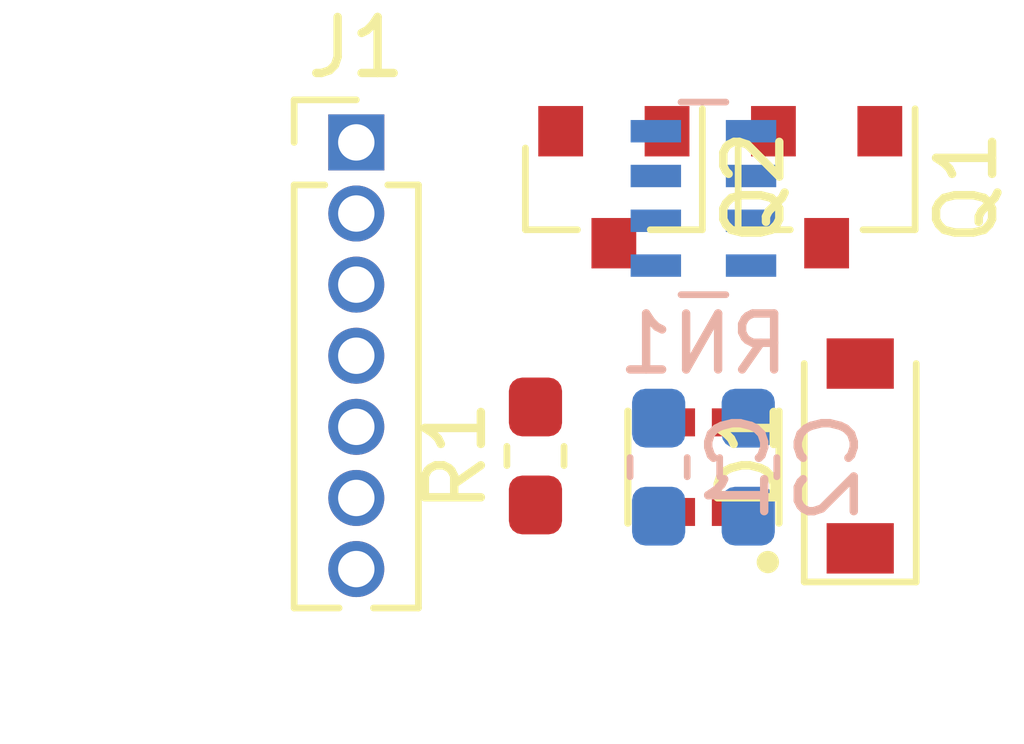
<source format=kicad_pcb>
(kicad_pcb (version 20171130) (host pcbnew 5.1.2-f72e74a~84~ubuntu18.04.1)

  (general
    (thickness 1.6)
    (drawings 0)
    (tracks 0)
    (zones 0)
    (modules 9)
    (nets 11)
  )

  (page User 215.9 139.7)
  (layers
    (0 F.Cu signal)
    (31 B.Cu signal)
    (32 B.Adhes user)
    (33 F.Adhes user)
    (34 B.Paste user)
    (35 F.Paste user)
    (36 B.SilkS user)
    (37 F.SilkS user)
    (38 B.Mask user)
    (39 F.Mask user)
    (40 Dwgs.User user)
    (41 Cmts.User user)
    (42 Eco1.User user)
    (43 Eco2.User user)
    (44 Edge.Cuts user)
    (45 Margin user)
    (46 B.CrtYd user)
    (47 F.CrtYd user)
    (48 B.Fab user)
    (49 F.Fab user)
  )

  (setup
    (last_trace_width 0.25)
    (trace_clearance 0.2)
    (zone_clearance 0.508)
    (zone_45_only no)
    (trace_min 0.2)
    (via_size 0.8)
    (via_drill 0.4)
    (via_min_size 0.4)
    (via_min_drill 0.3)
    (uvia_size 0.3)
    (uvia_drill 0.1)
    (uvias_allowed no)
    (uvia_min_size 0.2)
    (uvia_min_drill 0.1)
    (edge_width 0.05)
    (segment_width 0.2)
    (pcb_text_width 0.3)
    (pcb_text_size 1.5 1.5)
    (mod_edge_width 0.12)
    (mod_text_size 1 1)
    (mod_text_width 0.15)
    (pad_size 1.524 1.524)
    (pad_drill 0.762)
    (pad_to_mask_clearance 0.051)
    (solder_mask_min_width 0.25)
    (aux_axis_origin 0 0)
    (visible_elements FFFFFF7F)
    (pcbplotparams
      (layerselection 0x010fc_ffffffff)
      (usegerberextensions false)
      (usegerberattributes false)
      (usegerberadvancedattributes false)
      (creategerberjobfile false)
      (excludeedgelayer true)
      (linewidth 0.100000)
      (plotframeref false)
      (viasonmask false)
      (mode 1)
      (useauxorigin false)
      (hpglpennumber 1)
      (hpglpenspeed 20)
      (hpglpendiameter 15.000000)
      (psnegative false)
      (psa4output false)
      (plotreference true)
      (plotvalue true)
      (plotinvisibletext false)
      (padsonsilk false)
      (subtractmaskfromsilk false)
      (outputformat 1)
      (mirror false)
      (drillshape 1)
      (scaleselection 1)
      (outputdirectory ""))
  )

  (net 0 "")
  (net 1 +3V3)
  (net 2 GND)
  (net 3 /CS_3V)
  (net 4 /CS_5V)
  (net 5 /SDI_SDA_5V)
  (net 6 /SDO_ADR_3V)
  (net 7 /SCK_SCI_5V)
  (net 8 +5V)
  (net 9 /SCK_3V)
  (net 10 /SDI_3V)

  (net_class Default "This is the default net class."
    (clearance 0.2)
    (trace_width 0.25)
    (via_dia 0.8)
    (via_drill 0.4)
    (uvia_dia 0.3)
    (uvia_drill 0.1)
    (add_net +3V3)
    (add_net +5V)
    (add_net /CS_3V)
    (add_net /CS_5V)
    (add_net /SCK_3V)
    (add_net /SCK_SCI_5V)
    (add_net /SDI_3V)
    (add_net /SDI_SDA_5V)
    (add_net /SDO_ADR_3V)
    (add_net GND)
  )

  (module footprint-lib:BMP280 (layer F.Cu) (tedit 5D13821C) (tstamp 5D13EBAB)
    (at 41.4 29.2 270)
    (path /5D13EAD5)
    (attr smd)
    (fp_text reference U1 (at 0 -2.30871 90) (layer F.SilkS) hide
      (effects (font (size 1 1) (thickness 0.15)))
    )
    (fp_text value BMP280 (at 0 2.46712 90) (layer F.SilkS) hide
      (effects (font (size 1 1) (thickness 0.15)))
    )
    (fp_line (start -1.3 1.5) (end -1.3 -1.5) (layer Eco1.User) (width 0.05))
    (fp_line (start 1.3 1.5) (end -1.3 1.5) (layer Eco1.User) (width 0.05))
    (fp_line (start 1.3 -1.5) (end 1.3 1.5) (layer Eco1.User) (width 0.05))
    (fp_line (start -1.3 -1.5) (end 1.3 -1.5) (layer Eco1.User) (width 0.05))
    (fp_line (start -1 1.35) (end 1 1.35) (layer F.SilkS) (width 0.127))
    (fp_line (start -1 -1.35) (end 1 -1.35) (layer F.SilkS) (width 0.127))
    (fp_line (start 1 -1.25) (end -1 -1.25) (layer Eco2.User) (width 0.127))
    (fp_line (start 1 1.25) (end 1 -1.25) (layer Eco2.User) (width 0.127))
    (fp_line (start -1 1.25) (end 1 1.25) (layer Eco2.User) (width 0.127))
    (fp_line (start -1 -1.25) (end -1 1.25) (layer Eco2.User) (width 0.127))
    (fp_circle (center 1.695 -1.15) (end 1.795 -1.15) (layer F.SilkS) (width 0.2))
    (pad 5 smd rect (at -0.8 0.975 270) (size 0.5 0.35) (layers F.Cu F.Paste F.Mask)
      (net 6 /SDO_ADR_3V))
    (pad 4 smd rect (at 0.8 0.975 270) (size 0.5 0.35) (layers F.Cu F.Paste F.Mask)
      (net 9 /SCK_3V))
    (pad 1 smd rect (at 0.8 -0.975 270) (size 0.5 0.35) (layers F.Cu F.Paste F.Mask)
      (net 2 GND))
    (pad 8 smd rect (at -0.8 -0.975 270) (size 0.5 0.35) (layers F.Cu F.Paste F.Mask)
      (net 1 +3V3))
    (pad 6 smd rect (at -0.8 0.325 270) (size 0.5 0.35) (layers F.Cu F.Paste F.Mask)
      (net 1 +3V3))
    (pad 3 smd rect (at 0.8 0.325 270) (size 0.5 0.35) (layers F.Cu F.Paste F.Mask)
      (net 10 /SDI_3V))
    (pad 7 smd rect (at -0.8 -0.325 270) (size 0.5 0.35) (layers F.Cu F.Paste F.Mask)
      (net 2 GND))
    (pad 2 smd rect (at 0.8 -0.325 270) (size 0.5 0.35) (layers F.Cu F.Paste F.Mask)
      (net 3 /CS_3V))
    (model /home/logic/_workspace/kicad/kicad_library/kicad-packages3d/BMP280.step
      (at (xyz 0 0 0))
      (scale (xyz 1 1 1))
      (rotate (xyz 0 0 0))
    )
  )

  (module Resistor_SMD:R_Array_Concave_4x0603 (layer B.Cu) (tedit 58E0A85E) (tstamp 5D13EB94)
    (at 41.4 24.4)
    (descr "Thick Film Chip Resistor Array, Wave soldering, Vishay CRA06P (see cra06p.pdf)")
    (tags "resistor array")
    (path /5D1426A9)
    (attr smd)
    (fp_text reference RN1 (at 0 2.6 180) (layer B.SilkS)
      (effects (font (size 1 1) (thickness 0.15)) (justify mirror))
    )
    (fp_text value RN_103,0603 (at 0 -2.6 180) (layer B.Fab)
      (effects (font (size 1 1) (thickness 0.15)) (justify mirror))
    )
    (fp_line (start 1.55 -1.87) (end -1.55 -1.87) (layer B.CrtYd) (width 0.05))
    (fp_line (start 1.55 -1.87) (end 1.55 1.88) (layer B.CrtYd) (width 0.05))
    (fp_line (start -1.55 1.88) (end -1.55 -1.87) (layer B.CrtYd) (width 0.05))
    (fp_line (start -1.55 1.88) (end 1.55 1.88) (layer B.CrtYd) (width 0.05))
    (fp_line (start 0.4 1.72) (end -0.4 1.72) (layer B.SilkS) (width 0.12))
    (fp_line (start 0.4 -1.72) (end -0.4 -1.72) (layer B.SilkS) (width 0.12))
    (fp_line (start -0.8 -1.6) (end -0.8 1.6) (layer B.Fab) (width 0.1))
    (fp_line (start 0.8 -1.6) (end -0.8 -1.6) (layer B.Fab) (width 0.1))
    (fp_line (start 0.8 1.6) (end 0.8 -1.6) (layer B.Fab) (width 0.1))
    (fp_line (start -0.8 1.6) (end 0.8 1.6) (layer B.Fab) (width 0.1))
    (fp_text user %R (at 0 0 -270) (layer B.Fab)
      (effects (font (size 0.5 0.5) (thickness 0.075)) (justify mirror))
    )
    (pad 5 smd rect (at 0.85 -1.2) (size 0.9 0.4) (layers B.Cu B.Paste B.Mask)
      (net 1 +3V3))
    (pad 6 smd rect (at 0.85 -0.4) (size 0.9 0.4) (layers B.Cu B.Paste B.Mask)
      (net 1 +3V3))
    (pad 7 smd rect (at 0.85 0.4) (size 0.9 0.4) (layers B.Cu B.Paste B.Mask)
      (net 8 +5V))
    (pad 8 smd rect (at 0.85 1.2) (size 0.9 0.4) (layers B.Cu B.Paste B.Mask)
      (net 8 +5V))
    (pad 4 smd rect (at -0.85 -1.2) (size 0.9 0.4) (layers B.Cu B.Paste B.Mask)
      (net 10 /SDI_3V))
    (pad 1 smd rect (at -0.85 1.2) (size 0.9 0.4) (layers B.Cu B.Paste B.Mask)
      (net 5 /SDI_SDA_5V))
    (pad 3 smd rect (at -0.85 -0.4) (size 0.9 0.4) (layers B.Cu B.Paste B.Mask)
      (net 9 /SCK_3V))
    (pad 2 smd rect (at -0.85 0.4) (size 0.9 0.4) (layers B.Cu B.Paste B.Mask)
      (net 7 /SCK_SCI_5V))
    (model ${KISYS3DMOD}/Resistor_SMD.3dshapes/R_Array_Concave_4x0603.wrl
      (at (xyz 0 0 0))
      (scale (xyz 1 1 1))
      (rotate (xyz 0 0 0))
    )
  )

  (module Resistor_SMD:R_0603_1608Metric_Pad1.05x0.95mm_HandSolder (layer F.Cu) (tedit 5B301BBD) (tstamp 5D13EB7D)
    (at 38.4 29 90)
    (descr "Resistor SMD 0603 (1608 Metric), square (rectangular) end terminal, IPC_7351 nominal with elongated pad for handsoldering. (Body size source: http://www.tortai-tech.com/upload/download/2011102023233369053.pdf), generated with kicad-footprint-generator")
    (tags "resistor handsolder")
    (path /5D15C750)
    (attr smd)
    (fp_text reference R1 (at 0 -1.43 90) (layer F.SilkS)
      (effects (font (size 1 1) (thickness 0.15)))
    )
    (fp_text value R103,0603 (at 0 1.43 90) (layer F.Fab)
      (effects (font (size 1 1) (thickness 0.15)))
    )
    (fp_text user %R (at 0 0 90) (layer F.Fab)
      (effects (font (size 0.4 0.4) (thickness 0.06)))
    )
    (fp_line (start 1.65 0.73) (end -1.65 0.73) (layer F.CrtYd) (width 0.05))
    (fp_line (start 1.65 -0.73) (end 1.65 0.73) (layer F.CrtYd) (width 0.05))
    (fp_line (start -1.65 -0.73) (end 1.65 -0.73) (layer F.CrtYd) (width 0.05))
    (fp_line (start -1.65 0.73) (end -1.65 -0.73) (layer F.CrtYd) (width 0.05))
    (fp_line (start -0.171267 0.51) (end 0.171267 0.51) (layer F.SilkS) (width 0.12))
    (fp_line (start -0.171267 -0.51) (end 0.171267 -0.51) (layer F.SilkS) (width 0.12))
    (fp_line (start 0.8 0.4) (end -0.8 0.4) (layer F.Fab) (width 0.1))
    (fp_line (start 0.8 -0.4) (end 0.8 0.4) (layer F.Fab) (width 0.1))
    (fp_line (start -0.8 -0.4) (end 0.8 -0.4) (layer F.Fab) (width 0.1))
    (fp_line (start -0.8 0.4) (end -0.8 -0.4) (layer F.Fab) (width 0.1))
    (pad 2 smd roundrect (at 0.875 0 90) (size 1.05 0.95) (layers F.Cu F.Paste F.Mask) (roundrect_rratio 0.25)
      (net 6 /SDO_ADR_3V))
    (pad 1 smd roundrect (at -0.875 0 90) (size 1.05 0.95) (layers F.Cu F.Paste F.Mask) (roundrect_rratio 0.25)
      (net 1 +3V3))
    (model ${KISYS3DMOD}/Resistor_SMD.3dshapes/R_0603_1608Metric.wrl
      (at (xyz 0 0 0))
      (scale (xyz 1 1 1))
      (rotate (xyz 0 0 0))
    )
  )

  (module Package_TO_SOT_SMD:SOT-23 (layer F.Cu) (tedit 5A02FF57) (tstamp 5D13EB6C)
    (at 39.8 24.2 270)
    (descr "SOT-23, Standard")
    (tags SOT-23)
    (path /5D143ED9)
    (attr smd)
    (fp_text reference Q2 (at 0 -2.5 90) (layer F.SilkS)
      (effects (font (size 1 1) (thickness 0.15)))
    )
    (fp_text value BSS138 (at 0 2.5 90) (layer F.Fab)
      (effects (font (size 1 1) (thickness 0.15)))
    )
    (fp_line (start 0.76 1.58) (end -0.7 1.58) (layer F.SilkS) (width 0.12))
    (fp_line (start 0.76 -1.58) (end -1.4 -1.58) (layer F.SilkS) (width 0.12))
    (fp_line (start -1.7 1.75) (end -1.7 -1.75) (layer F.CrtYd) (width 0.05))
    (fp_line (start 1.7 1.75) (end -1.7 1.75) (layer F.CrtYd) (width 0.05))
    (fp_line (start 1.7 -1.75) (end 1.7 1.75) (layer F.CrtYd) (width 0.05))
    (fp_line (start -1.7 -1.75) (end 1.7 -1.75) (layer F.CrtYd) (width 0.05))
    (fp_line (start 0.76 -1.58) (end 0.76 -0.65) (layer F.SilkS) (width 0.12))
    (fp_line (start 0.76 1.58) (end 0.76 0.65) (layer F.SilkS) (width 0.12))
    (fp_line (start -0.7 1.52) (end 0.7 1.52) (layer F.Fab) (width 0.1))
    (fp_line (start 0.7 -1.52) (end 0.7 1.52) (layer F.Fab) (width 0.1))
    (fp_line (start -0.7 -0.95) (end -0.15 -1.52) (layer F.Fab) (width 0.1))
    (fp_line (start -0.15 -1.52) (end 0.7 -1.52) (layer F.Fab) (width 0.1))
    (fp_line (start -0.7 -0.95) (end -0.7 1.5) (layer F.Fab) (width 0.1))
    (fp_text user %R (at 0 0) (layer F.Fab)
      (effects (font (size 0.5 0.5) (thickness 0.075)))
    )
    (pad 3 smd rect (at 1 0 270) (size 0.9 0.8) (layers F.Cu F.Paste F.Mask)
      (net 5 /SDI_SDA_5V))
    (pad 2 smd rect (at -1 0.95 270) (size 0.9 0.8) (layers F.Cu F.Paste F.Mask)
      (net 10 /SDI_3V))
    (pad 1 smd rect (at -1 -0.95 270) (size 0.9 0.8) (layers F.Cu F.Paste F.Mask)
      (net 1 +3V3))
    (model ${KISYS3DMOD}/Package_TO_SOT_SMD.3dshapes/SOT-23.wrl
      (at (xyz 0 0 0))
      (scale (xyz 1 1 1))
      (rotate (xyz 0 0 0))
    )
  )

  (module Package_TO_SOT_SMD:SOT-23 (layer F.Cu) (tedit 5A02FF57) (tstamp 5D13EB57)
    (at 43.6 24.2 270)
    (descr "SOT-23, Standard")
    (tags SOT-23)
    (path /5D14CEF1)
    (attr smd)
    (fp_text reference Q1 (at 0 -2.5 90) (layer F.SilkS)
      (effects (font (size 1 1) (thickness 0.15)))
    )
    (fp_text value BSS138 (at 0 2.5 90) (layer F.Fab)
      (effects (font (size 1 1) (thickness 0.15)))
    )
    (fp_line (start 0.76 1.58) (end -0.7 1.58) (layer F.SilkS) (width 0.12))
    (fp_line (start 0.76 -1.58) (end -1.4 -1.58) (layer F.SilkS) (width 0.12))
    (fp_line (start -1.7 1.75) (end -1.7 -1.75) (layer F.CrtYd) (width 0.05))
    (fp_line (start 1.7 1.75) (end -1.7 1.75) (layer F.CrtYd) (width 0.05))
    (fp_line (start 1.7 -1.75) (end 1.7 1.75) (layer F.CrtYd) (width 0.05))
    (fp_line (start -1.7 -1.75) (end 1.7 -1.75) (layer F.CrtYd) (width 0.05))
    (fp_line (start 0.76 -1.58) (end 0.76 -0.65) (layer F.SilkS) (width 0.12))
    (fp_line (start 0.76 1.58) (end 0.76 0.65) (layer F.SilkS) (width 0.12))
    (fp_line (start -0.7 1.52) (end 0.7 1.52) (layer F.Fab) (width 0.1))
    (fp_line (start 0.7 -1.52) (end 0.7 1.52) (layer F.Fab) (width 0.1))
    (fp_line (start -0.7 -0.95) (end -0.15 -1.52) (layer F.Fab) (width 0.1))
    (fp_line (start -0.15 -1.52) (end 0.7 -1.52) (layer F.Fab) (width 0.1))
    (fp_line (start -0.7 -0.95) (end -0.7 1.5) (layer F.Fab) (width 0.1))
    (fp_text user %R (at 0 0) (layer F.Fab)
      (effects (font (size 0.5 0.5) (thickness 0.075)))
    )
    (pad 3 smd rect (at 1 0 270) (size 0.9 0.8) (layers F.Cu F.Paste F.Mask)
      (net 7 /SCK_SCI_5V))
    (pad 2 smd rect (at -1 0.95 270) (size 0.9 0.8) (layers F.Cu F.Paste F.Mask)
      (net 9 /SCK_3V))
    (pad 1 smd rect (at -1 -0.95 270) (size 0.9 0.8) (layers F.Cu F.Paste F.Mask)
      (net 1 +3V3))
    (model ${KISYS3DMOD}/Package_TO_SOT_SMD.3dshapes/SOT-23.wrl
      (at (xyz 0 0 0))
      (scale (xyz 1 1 1))
      (rotate (xyz 0 0 0))
    )
  )

  (module Connector_PinHeader_1.27mm:PinHeader_1x07_P1.27mm_Vertical (layer F.Cu) (tedit 59FED6E3) (tstamp 5D13EB42)
    (at 35.2 23.4)
    (descr "Through hole straight pin header, 1x07, 1.27mm pitch, single row")
    (tags "Through hole pin header THT 1x07 1.27mm single row")
    (path /5D16086F)
    (fp_text reference J1 (at 0 -1.695) (layer F.SilkS)
      (effects (font (size 1 1) (thickness 0.15)))
    )
    (fp_text value BMP280_HEADER (at 0 9.315) (layer F.Fab)
      (effects (font (size 1 1) (thickness 0.15)))
    )
    (fp_text user %R (at 0 3.81 90) (layer F.Fab)
      (effects (font (size 1 1) (thickness 0.15)))
    )
    (fp_line (start 1.55 -1.15) (end -1.55 -1.15) (layer F.CrtYd) (width 0.05))
    (fp_line (start 1.55 8.8) (end 1.55 -1.15) (layer F.CrtYd) (width 0.05))
    (fp_line (start -1.55 8.8) (end 1.55 8.8) (layer F.CrtYd) (width 0.05))
    (fp_line (start -1.55 -1.15) (end -1.55 8.8) (layer F.CrtYd) (width 0.05))
    (fp_line (start -1.11 -0.76) (end 0 -0.76) (layer F.SilkS) (width 0.12))
    (fp_line (start -1.11 0) (end -1.11 -0.76) (layer F.SilkS) (width 0.12))
    (fp_line (start 0.563471 0.76) (end 1.11 0.76) (layer F.SilkS) (width 0.12))
    (fp_line (start -1.11 0.76) (end -0.563471 0.76) (layer F.SilkS) (width 0.12))
    (fp_line (start 1.11 0.76) (end 1.11 8.315) (layer F.SilkS) (width 0.12))
    (fp_line (start -1.11 0.76) (end -1.11 8.315) (layer F.SilkS) (width 0.12))
    (fp_line (start 0.30753 8.315) (end 1.11 8.315) (layer F.SilkS) (width 0.12))
    (fp_line (start -1.11 8.315) (end -0.30753 8.315) (layer F.SilkS) (width 0.12))
    (fp_line (start -1.05 -0.11) (end -0.525 -0.635) (layer F.Fab) (width 0.1))
    (fp_line (start -1.05 8.255) (end -1.05 -0.11) (layer F.Fab) (width 0.1))
    (fp_line (start 1.05 8.255) (end -1.05 8.255) (layer F.Fab) (width 0.1))
    (fp_line (start 1.05 -0.635) (end 1.05 8.255) (layer F.Fab) (width 0.1))
    (fp_line (start -0.525 -0.635) (end 1.05 -0.635) (layer F.Fab) (width 0.1))
    (pad 7 thru_hole oval (at 0 7.62) (size 1 1) (drill 0.65) (layers *.Cu *.Mask)
      (net 4 /CS_5V))
    (pad 6 thru_hole oval (at 0 6.35) (size 1 1) (drill 0.65) (layers *.Cu *.Mask)
      (net 5 /SDI_SDA_5V))
    (pad 5 thru_hole oval (at 0 5.08) (size 1 1) (drill 0.65) (layers *.Cu *.Mask)
      (net 6 /SDO_ADR_3V))
    (pad 4 thru_hole oval (at 0 3.81) (size 1 1) (drill 0.65) (layers *.Cu *.Mask)
      (net 7 /SCK_SCI_5V))
    (pad 3 thru_hole oval (at 0 2.54) (size 1 1) (drill 0.65) (layers *.Cu *.Mask)
      (net 1 +3V3))
    (pad 2 thru_hole oval (at 0 1.27) (size 1 1) (drill 0.65) (layers *.Cu *.Mask)
      (net 8 +5V))
    (pad 1 thru_hole rect (at 0 0) (size 1 1) (drill 0.65) (layers *.Cu *.Mask)
      (net 2 GND))
    (model ${KISYS3DMOD}/Connector_PinHeader_1.27mm.3dshapes/PinHeader_1x07_P1.27mm_Vertical.wrl
      (at (xyz 0 0 0))
      (scale (xyz 1 1 1))
      (rotate (xyz 0 0 0))
    )
  )

  (module Diode_SMD:D_SOD-123 (layer F.Cu) (tedit 58645DC7) (tstamp 5D13EB25)
    (at 44.2 29 90)
    (descr SOD-123)
    (tags SOD-123)
    (path /5D159CBA)
    (attr smd)
    (fp_text reference D1 (at 0 -2 90) (layer F.SilkS)
      (effects (font (size 1 1) (thickness 0.15)))
    )
    (fp_text value D_1N4148_T4 (at 0 2.1 90) (layer F.Fab)
      (effects (font (size 1 1) (thickness 0.15)))
    )
    (fp_line (start -2.25 -1) (end 1.65 -1) (layer F.SilkS) (width 0.12))
    (fp_line (start -2.25 1) (end 1.65 1) (layer F.SilkS) (width 0.12))
    (fp_line (start -2.35 -1.15) (end -2.35 1.15) (layer F.CrtYd) (width 0.05))
    (fp_line (start 2.35 1.15) (end -2.35 1.15) (layer F.CrtYd) (width 0.05))
    (fp_line (start 2.35 -1.15) (end 2.35 1.15) (layer F.CrtYd) (width 0.05))
    (fp_line (start -2.35 -1.15) (end 2.35 -1.15) (layer F.CrtYd) (width 0.05))
    (fp_line (start -1.4 -0.9) (end 1.4 -0.9) (layer F.Fab) (width 0.1))
    (fp_line (start 1.4 -0.9) (end 1.4 0.9) (layer F.Fab) (width 0.1))
    (fp_line (start 1.4 0.9) (end -1.4 0.9) (layer F.Fab) (width 0.1))
    (fp_line (start -1.4 0.9) (end -1.4 -0.9) (layer F.Fab) (width 0.1))
    (fp_line (start -0.75 0) (end -0.35 0) (layer F.Fab) (width 0.1))
    (fp_line (start -0.35 0) (end -0.35 -0.55) (layer F.Fab) (width 0.1))
    (fp_line (start -0.35 0) (end -0.35 0.55) (layer F.Fab) (width 0.1))
    (fp_line (start -0.35 0) (end 0.25 -0.4) (layer F.Fab) (width 0.1))
    (fp_line (start 0.25 -0.4) (end 0.25 0.4) (layer F.Fab) (width 0.1))
    (fp_line (start 0.25 0.4) (end -0.35 0) (layer F.Fab) (width 0.1))
    (fp_line (start 0.25 0) (end 0.75 0) (layer F.Fab) (width 0.1))
    (fp_line (start -2.25 -1) (end -2.25 1) (layer F.SilkS) (width 0.12))
    (fp_text user %R (at 0 -2 90) (layer F.Fab)
      (effects (font (size 1 1) (thickness 0.15)))
    )
    (pad 2 smd rect (at 1.65 0 90) (size 0.9 1.2) (layers F.Cu F.Paste F.Mask)
      (net 3 /CS_3V))
    (pad 1 smd rect (at -1.65 0 90) (size 0.9 1.2) (layers F.Cu F.Paste F.Mask)
      (net 4 /CS_5V))
    (model ${KISYS3DMOD}/Diode_SMD.3dshapes/D_SOD-123.wrl
      (at (xyz 0 0 0))
      (scale (xyz 1 1 1))
      (rotate (xyz 0 0 0))
    )
  )

  (module Capacitor_SMD:C_0603_1608Metric_Pad1.05x0.95mm_HandSolder (layer B.Cu) (tedit 5B301BBE) (tstamp 5D13EFA3)
    (at 42.2 29.2 90)
    (descr "Capacitor SMD 0603 (1608 Metric), square (rectangular) end terminal, IPC_7351 nominal with elongated pad for handsoldering. (Body size source: http://www.tortai-tech.com/upload/download/2011102023233369053.pdf), generated with kicad-footprint-generator")
    (tags "capacitor handsolder")
    (path /5D16E833)
    (attr smd)
    (fp_text reference C2 (at 0 1.43 90) (layer B.SilkS)
      (effects (font (size 1 1) (thickness 0.15)) (justify mirror))
    )
    (fp_text value C104,0603 (at 0 -1.43 90) (layer B.Fab)
      (effects (font (size 1 1) (thickness 0.15)) (justify mirror))
    )
    (fp_text user %R (at 0 0 90) (layer B.Fab)
      (effects (font (size 0.4 0.4) (thickness 0.06)) (justify mirror))
    )
    (fp_line (start 1.65 -0.73) (end -1.65 -0.73) (layer B.CrtYd) (width 0.05))
    (fp_line (start 1.65 0.73) (end 1.65 -0.73) (layer B.CrtYd) (width 0.05))
    (fp_line (start -1.65 0.73) (end 1.65 0.73) (layer B.CrtYd) (width 0.05))
    (fp_line (start -1.65 -0.73) (end -1.65 0.73) (layer B.CrtYd) (width 0.05))
    (fp_line (start -0.171267 -0.51) (end 0.171267 -0.51) (layer B.SilkS) (width 0.12))
    (fp_line (start -0.171267 0.51) (end 0.171267 0.51) (layer B.SilkS) (width 0.12))
    (fp_line (start 0.8 -0.4) (end -0.8 -0.4) (layer B.Fab) (width 0.1))
    (fp_line (start 0.8 0.4) (end 0.8 -0.4) (layer B.Fab) (width 0.1))
    (fp_line (start -0.8 0.4) (end 0.8 0.4) (layer B.Fab) (width 0.1))
    (fp_line (start -0.8 -0.4) (end -0.8 0.4) (layer B.Fab) (width 0.1))
    (pad 2 smd roundrect (at 0.875 0 90) (size 1.05 0.95) (layers B.Cu B.Paste B.Mask) (roundrect_rratio 0.25)
      (net 1 +3V3))
    (pad 1 smd roundrect (at -0.875 0 90) (size 1.05 0.95) (layers B.Cu B.Paste B.Mask) (roundrect_rratio 0.25)
      (net 2 GND))
    (model ${KISYS3DMOD}/Capacitor_SMD.3dshapes/C_0603_1608Metric.wrl
      (at (xyz 0 0 0))
      (scale (xyz 1 1 1))
      (rotate (xyz 0 0 0))
    )
  )

  (module Capacitor_SMD:C_0603_1608Metric_Pad1.05x0.95mm_HandSolder (layer B.Cu) (tedit 5B301BBE) (tstamp 5D13EAFB)
    (at 40.6 29.2 90)
    (descr "Capacitor SMD 0603 (1608 Metric), square (rectangular) end terminal, IPC_7351 nominal with elongated pad for handsoldering. (Body size source: http://www.tortai-tech.com/upload/download/2011102023233369053.pdf), generated with kicad-footprint-generator")
    (tags "capacitor handsolder")
    (path /5D140418)
    (attr smd)
    (fp_text reference C1 (at 0 1.43 90) (layer B.SilkS)
      (effects (font (size 1 1) (thickness 0.15)) (justify mirror))
    )
    (fp_text value C104,0603 (at 0 -1.43 90) (layer B.Fab)
      (effects (font (size 1 1) (thickness 0.15)) (justify mirror))
    )
    (fp_text user %R (at 0 0 90) (layer B.Fab)
      (effects (font (size 0.4 0.4) (thickness 0.06)) (justify mirror))
    )
    (fp_line (start 1.65 -0.73) (end -1.65 -0.73) (layer B.CrtYd) (width 0.05))
    (fp_line (start 1.65 0.73) (end 1.65 -0.73) (layer B.CrtYd) (width 0.05))
    (fp_line (start -1.65 0.73) (end 1.65 0.73) (layer B.CrtYd) (width 0.05))
    (fp_line (start -1.65 -0.73) (end -1.65 0.73) (layer B.CrtYd) (width 0.05))
    (fp_line (start -0.171267 -0.51) (end 0.171267 -0.51) (layer B.SilkS) (width 0.12))
    (fp_line (start -0.171267 0.51) (end 0.171267 0.51) (layer B.SilkS) (width 0.12))
    (fp_line (start 0.8 -0.4) (end -0.8 -0.4) (layer B.Fab) (width 0.1))
    (fp_line (start 0.8 0.4) (end 0.8 -0.4) (layer B.Fab) (width 0.1))
    (fp_line (start -0.8 0.4) (end 0.8 0.4) (layer B.Fab) (width 0.1))
    (fp_line (start -0.8 -0.4) (end -0.8 0.4) (layer B.Fab) (width 0.1))
    (pad 2 smd roundrect (at 0.875 0 90) (size 1.05 0.95) (layers B.Cu B.Paste B.Mask) (roundrect_rratio 0.25)
      (net 1 +3V3))
    (pad 1 smd roundrect (at -0.875 0 90) (size 1.05 0.95) (layers B.Cu B.Paste B.Mask) (roundrect_rratio 0.25)
      (net 2 GND))
    (model ${KISYS3DMOD}/Capacitor_SMD.3dshapes/C_0603_1608Metric.wrl
      (at (xyz 0 0 0))
      (scale (xyz 1 1 1))
      (rotate (xyz 0 0 0))
    )
  )

)

</source>
